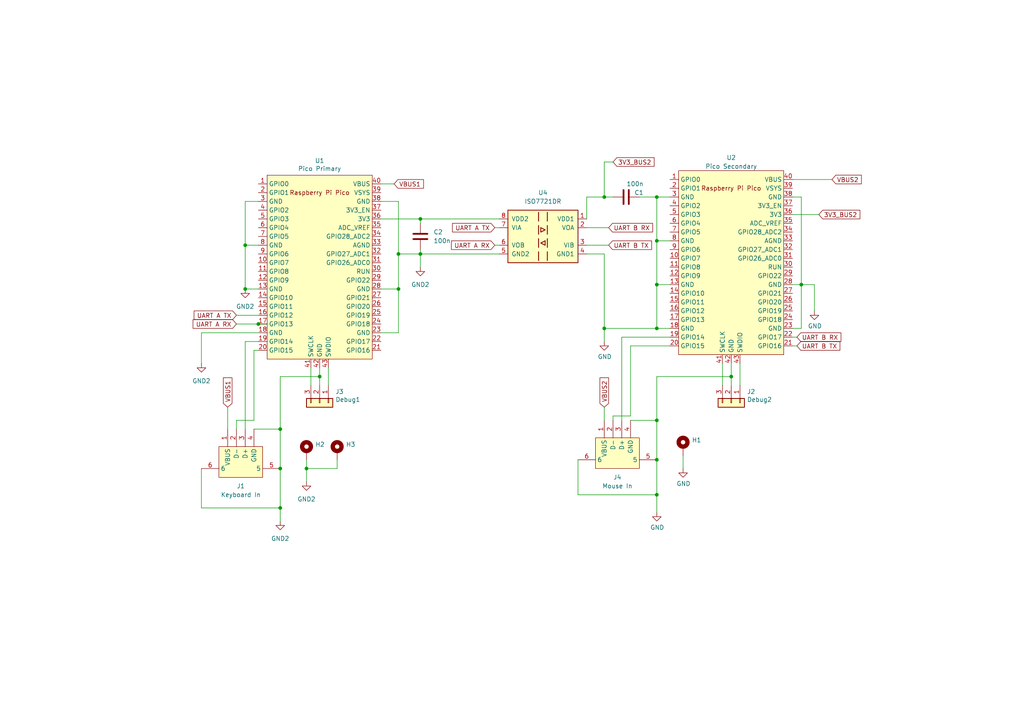
<source format=kicad_sch>
(kicad_sch (version 20230121) (generator eeschema)
  (paper "A4")
  (title_block (title "DeskHop - Fast K/M Switching Device (JLCPCB build)") (date "2024-02-25") (rev "v1-jlcpcb") (company "Hrvoje Čavrak"))
  (lib_symbols
    (symbol "Connector_Generic:Conn_01x03" (pin_names (offset 1.016) hide)
      (property "Reference" "J" (at 0 5.08 0))
      (property "Value" "Conn_01x03" (at 0 -5.08 0))
      (symbol "Conn_01x03_1_1"
        (rectangle (start -1.27 -2.413) (end 0 -2.667) (stroke (width 0.1524)))
        (rectangle (start -1.27 0.127) (end 0 -0.127) (stroke (width 0.1524)))
        (rectangle (start -1.27 2.667) (end 0 2.413) (stroke (width 0.1524)))
        (rectangle (start -1.27 3.81) (end 1.27 -3.81) (stroke (width 0.254)) (fill (type background)))
        (pin passive line (at -5.08 2.54 0) (length 3.81) (name "Pin_1") (number "1"))
        (pin passive line (at -5.08 0 0) (length 3.81) (name "Pin_2") (number "2"))
        (pin passive line (at -5.08 -2.54 0) (length 3.81) (name "Pin_3") (number "3"))
      )
    )
    (symbol "Device:C" (pin_numbers hide) (pin_names (offset 0.254))
      (property "Reference" "C" (at 0.635 2.54 0))
      (property "Value" "C" (at 0.635 -2.54 0))
      (symbol "C_0_1"
        (polyline (pts (xy -2.032 -0.762) (xy 2.032 -0.762)) (stroke (width 0.508)))
        (polyline (pts (xy -2.032 0.762) (xy 2.032 0.762)) (stroke (width 0.508)))
      )
      (symbol "C_1_1"
        (pin passive line (at 0 3.81 270) (length 2.794) (name "~") (number "1"))
        (pin passive line (at 0 -3.81 90) (length 2.794) (name "~") (number "2"))
      )
    )
    (symbol "Isolator:ADuM1201BR" (pin_names (offset 1.016))
      (property "Reference" "U" (at -10.16 8.89 0))
      (property "Value" "ADuM1201BR" (at -2.032 8.89 0))
      (symbol "ADuM1201BR_0_1"
        (rectangle (start -10.16 7.62) (end 10.16 -7.62) (stroke (width 0.254)) (fill (type background)))
        (polyline (pts (xy -1.27 -4.445) (xy -1.27 -6.985)) (stroke (width 0.254)))
        (polyline (pts (xy -1.27 -0.635) (xy -1.27 -3.175)) (stroke (width 0.254)))
        (polyline (pts (xy -1.27 3.175) (xy -1.27 0.635)) (stroke (width 0.254)))
        (polyline (pts (xy -1.27 6.985) (xy -1.27 4.445)) (stroke (width 0.254)))
        (polyline (pts (xy 1.27 -4.445) (xy 1.27 -6.985)) (stroke (width 0.254)))
        (polyline (pts (xy 1.27 -0.635) (xy 1.27 -3.175)) (stroke (width 0.254)))
        (polyline (pts (xy 1.27 3.175) (xy 1.27 0.635)) (stroke (width 0.254)))
        (polyline (pts (xy 1.27 6.985) (xy 1.27 4.445)) (stroke (width 0.254)))
        (polyline (pts (xy -0.635 -1.27) (xy -0.635 -2.54) (xy 0.635 -1.905) (xy -0.635 -1.27)) (stroke (width 0.254)))
        (polyline (pts (xy 0.635 2.54) (xy 0.635 1.27) (xy -0.635 1.905) (xy 0.635 2.54)) (stroke (width 0.254)))
      )
      (symbol "ADuM1201BR_1_1"
        (pin power_in line (at -12.7 5.08 0) (length 2.54) (name "VDD1") (number "1"))
        (pin output line (at -12.7 2.54 0) (length 2.54) (name "VOA") (number "2"))
        (pin input line (at -12.7 -2.54 0) (length 2.54) (name "VIB") (number "3"))
        (pin power_in line (at -12.7 -5.08 0) (length 2.54) (name "GND1") (number "4"))
        (pin power_in line (at 12.7 -5.08 180) (length 2.54) (name "GND2") (number "5"))
        (pin output line (at 12.7 -2.54 180) (length 2.54) (name "VOB") (number "6"))
        (pin input line (at 12.7 2.54 180) (length 2.54) (name "VIA") (number "7"))
        (pin power_in line (at 12.7 5.08 180) (length 2.54) (name "VDD2") (number "8"))
      )
    )
    (symbol "LCSC_C42411:LCSC_C42411{colon}USB-A-TH_JTJ-USB-10.6-002"
      (property "Reference" "USB" (at 0 15.24 0))
      (property "Value" "LCSC_C42411:USB-A-TH_JTJ-USB-10.6-002" (at 0 -17.78 0))
      (symbol "LCSC_C42411{colon}USB-A-TH_JTJ-USB-10.6-002_0_1"
        (rectangle (start -6.35 5.08) (end 2.54 -7.62) (fill (type background)))
      )
      (symbol "LCSC_C42411{colon}USB-A-TH_JTJ-USB-10.6-002_1_1"
        (pin power_out line (at 7.62 2.54 180) (length 5.08) (name "VBUS") (number "1"))
        (pin bidirectional line (at 7.62 0 180) (length 5.08) (name "D-") (number "2"))
        (pin bidirectional line (at 7.62 -2.54 180) (length 5.08) (name "D+") (number "3"))
        (pin power_out line (at 7.62 -5.08 180) (length 5.08) (name "GND") (number "4"))
        (pin passive line (at -3.81 -12.7 90) (length 5.08) (name "5") (number "5"))
        (pin passive line (at -3.81 10.16 270) (length 5.08) (name "6") (number "6"))
      )
    )
    (symbol "MCU_RaspberryPi_and_Boards:Pico"
      (property "Reference" "U" (at -13.97 27.94 0))
      (property "Value" "Pico" (at 0 19.05 0))
      (symbol "Pico_0_0"
        (text "Raspberry Pi Pico" (at 0 21.59 0) (effects (font (size 1.27 1.27))))
      )
      (symbol "Pico_0_1"
        (rectangle (start -15.24 26.67) (end 15.24 -26.67) (fill (type background)))
      )
      (symbol "Pico_1_1"
        (pin bidirectional line (at -17.78 24.13 0) (length 2.54) (name "GPIO0") (number "1"))
        (pin bidirectional line (at -17.78 1.27 0) (length 2.54) (name "GPIO7") (number "10"))
        (pin bidirectional line (at -17.78 -1.27 0) (length 2.54) (name "GPIO8") (number "11"))
        (pin bidirectional line (at -17.78 -3.81 0) (length 2.54) (name "GPIO9") (number "12"))
        (pin power_in line (at -17.78 -6.35 0) (length 2.54) (name "GND") (number "13"))
        (pin bidirectional line (at -17.78 -8.89 0) (length 2.54) (name "GPIO10") (number "14"))
        (pin bidirectional line (at -17.78 -11.43 0) (length 2.54) (name "GPIO11") (number "15"))
        (pin bidirectional line (at -17.78 -13.97 0) (length 2.54) (name "GPIO12") (number "16"))
        (pin bidirectional line (at -17.78 -16.51 0) (length 2.54) (name "GPIO13") (number "17"))
        (pin power_in line (at -17.78 -19.05 0) (length 2.54) (name "GND") (number "18"))
        (pin bidirectional line (at -17.78 -21.59 0) (length 2.54) (name "GPIO14") (number "19"))
        (pin bidirectional line (at -17.78 21.59 0) (length 2.54) (name "GPIO1") (number "2"))
        (pin bidirectional line (at -17.78 -24.13 0) (length 2.54) (name "GPIO15") (number "20"))
        (pin bidirectional line (at 17.78 -24.13 180) (length 2.54) (name "GPIO16") (number "21"))
        (pin bidirectional line (at 17.78 -21.59 180) (length 2.54) (name "GPIO17") (number "22"))
        (pin power_in line (at 17.78 -19.05 180) (length 2.54) (name "GND") (number "23"))
        (pin bidirectional line (at 17.78 -16.51 180) (length 2.54) (name "GPIO18") (number "24"))
        (pin bidirectional line (at 17.78 -13.97 180) (length 2.54) (name "GPIO19") (number "25"))
        (pin bidirectional line (at 17.78 -11.43 180) (length 2.54) (name "GPIO20") (number "26"))
        (pin bidirectional line (at 17.78 -8.89 180) (length 2.54) (name "GPIO21") (number "27"))
        (pin power_in line (at 17.78 -6.35 180) (length 2.54) (name "GND") (number "28"))
        (pin bidirectional line (at 17.78 -3.81 180) (length 2.54) (name "GPIO22") (number "29"))
        (pin power_in line (at -17.78 19.05 0) (length 2.54) (name "GND") (number "3"))
        (pin input line (at 17.78 -1.27 180) (length 2.54) (name "RUN") (number "30"))
        (pin bidirectional line (at 17.78 1.27 180) (length 2.54) (name "GPIO26_ADC0") (number "31"))
        (pin bidirectional line (at 17.78 3.81 180) (length 2.54) (name "GPIO27_ADC1") (number "32"))
        (pin power_in line (at 17.78 6.35 180) (length 2.54) (name "AGND") (number "33"))
        (pin bidirectional line (at 17.78 8.89 180) (length 2.54) (name "GPIO28_ADC2") (number "34"))
        (pin power_in line (at 17.78 11.43 180) (length 2.54) (name "ADC_VREF") (number "35"))
        (pin power_in line (at 17.78 13.97 180) (length 2.54) (name "3V3") (number "36"))
        (pin input line (at 17.78 16.51 180) (length 2.54) (name "3V3_EN") (number "37"))
        (pin bidirectional line (at 17.78 19.05 180) (length 2.54) (name "GND") (number "38"))
        (pin power_in line (at 17.78 21.59 180) (length 2.54) (name "VSYS") (number "39"))
        (pin bidirectional line (at -17.78 16.51 0) (length 2.54) (name "GPIO2") (number "4"))
        (pin power_in line (at 17.78 24.13 180) (length 2.54) (name "VBUS") (number "40"))
        (pin input line (at -2.54 -29.21 90) (length 2.54) (name "SWCLK") (number "41"))
        (pin power_in line (at 0 -29.21 90) (length 2.54) (name "GND") (number "42"))
        (pin bidirectional line (at 2.54 -29.21 90) (length 2.54) (name "SWDIO") (number "43"))
        (pin bidirectional line (at -17.78 13.97 0) (length 2.54) (name "GPIO3") (number "5"))
        (pin bidirectional line (at -17.78 11.43 0) (length 2.54) (name "GPIO4") (number "6"))
        (pin bidirectional line (at -17.78 8.89 0) (length 2.54) (name "GPIO5") (number "7"))
        (pin power_in line (at -17.78 6.35 0) (length 2.54) (name "GND") (number "8"))
        (pin bidirectional line (at -17.78 3.81 0) (length 2.54) (name "GPIO6") (number "9"))
      )
    )
    (symbol "Mechanical:MountingHole_Pad" (pin_numbers hide) (pin_names (offset 1.016) hide)
      (property "Reference" "H" (at 0 6.35 0))
      (property "Value" "MountingHole_Pad" (at 0 4.445 0))
      (symbol "MountingHole_Pad_0_1"
        (circle (center 0 1.27) (radius 1.27) (stroke (width 1.27)))
      )
      (symbol "MountingHole_Pad_1_1"
        (pin input line (at 0 -2.54 90) (length 2.54) (name "1") (number "1"))
      )
    )
    (symbol "power:GND" (power) (pin_names (offset 0))
      (property "Value" "GND" (at 0 -3.81 0))
      (symbol "GND_0_1"
        (polyline (pts (xy 0 0) (xy 0 -1.27) (xy 1.27 -1.27) (xy 0 -2.54) (xy -1.27 -1.27) (xy 0 -1.27)))
      )
      (symbol "GND_1_1"
        (pin power_in line (at 0 0 270) (length 0) hide (name "GND") (number "1"))
      )
    )
    (symbol "power:GND2" (power) (pin_names (offset 0))
      (property "Value" "GND2" (at 0 -3.81 0))
      (symbol "GND2_0_1"
        (polyline (pts (xy 0 0) (xy 0 -1.27) (xy 1.27 -1.27) (xy 0 -2.54) (xy -1.27 -1.27) (xy 0 -1.27)))
      )
      (symbol "GND2_1_1"
        (pin power_in line (at 0 0 270) (length 0) hide (name "GND2") (number "1"))
      )
    )
  )
  (junction (at 190.5 133.35))
  (junction (at 121.92 73.66))
  (junction (at 190.5 143.51))
  (junction (at 190.5 95.25))
  (junction (at 92.71 109.22))
  (junction (at 190.5 82.55))
  (junction (at 121.92 63.5))
  (junction (at 115.57 83.82))
  (junction (at 232.41 82.55))
  (junction (at 88.9 135.89))
  (junction (at 74.93 93.98))
  (junction (at 175.26 95.25))
  (junction (at 115.57 73.66))
  (junction (at 190.5 57.15))
  (junction (at 190.5 121.92))
  (junction (at 175.26 57.15))
  (junction (at 190.5 69.85))
  (junction (at 81.28 147.32))
  (junction (at 71.12 71.12))
  (junction (at 81.28 124.46))
  (junction (at 81.28 135.89))
  (junction (at 71.12 83.82))
  (junction (at 212.09 109.22))
  (wire (pts (xy 92.71 109.22) (xy 92.71 111.76)))
  (wire (pts (xy 182.88 121.92) (xy 190.5 121.92)))
  (wire (pts (xy 190.5 109.22) (xy 212.09 109.22)))
  (wire (pts (xy 175.26 95.25) (xy 175.26 99.06)))
  (wire (pts (xy 190.5 82.55) (xy 190.5 95.25)))
  (wire (pts (xy 71.12 83.82) (xy 71.12 71.12)))
  (wire (pts (xy 194.31 100.33) (xy 182.88 100.33)))
  (wire (pts (xy 190.5 109.22) (xy 190.5 121.92)))
  (wire (pts (xy 68.58 93.98) (xy 74.93 93.98)))
  (wire (pts (xy 177.8 46.99) (xy 175.26 46.99)))
  (wire (pts (xy 73.66 124.46) (xy 81.28 124.46)))
  (wire (pts (xy 190.5 95.25) (xy 194.31 95.25)))
  (wire (pts (xy 121.92 73.66) (xy 144.78 73.66)))
  (wire (pts (xy 170.18 73.66) (xy 175.26 73.66)))
  (wire (pts (xy 115.57 73.66) (xy 115.57 58.42)))
  (wire (pts (xy 194.31 97.79) (xy 180.34 97.79)))
  (wire (pts (xy 81.28 109.22) (xy 81.28 124.46)))
  (wire (pts (xy 73.66 121.92) (xy 68.58 121.92)))
  (wire (pts (xy 58.42 135.89) (xy 58.42 147.32)))
  (wire (pts (xy 232.41 57.15) (xy 232.41 82.55)))
  (wire (pts (xy 71.12 99.06) (xy 71.12 124.46)))
  (wire (pts (xy 214.63 105.41) (xy 214.63 111.76)))
  (wire (pts (xy 209.55 105.41) (xy 209.55 111.76)))
  (wire (pts (xy 190.5 143.51) (xy 190.5 148.59)))
  (wire (pts (xy 198.12 132.08) (xy 198.12 135.89)))
  (wire (pts (xy 71.12 71.12) (xy 74.93 71.12)))
  (wire (pts (xy 229.87 62.23) (xy 237.49 62.23)))
  (wire (pts (xy 71.12 71.12) (xy 71.12 58.42)))
  (wire (pts (xy 190.5 121.92) (xy 190.5 133.35)))
  (wire (pts (xy 190.5 69.85) (xy 190.5 82.55)))
  (wire (pts (xy 190.5 133.35) (xy 190.5 143.51)))
  (wire (pts (xy 212.09 105.41) (xy 212.09 109.22)))
  (wire (pts (xy 88.9 135.89) (xy 88.9 139.7)))
  (wire (pts (xy 194.31 82.55) (xy 190.5 82.55)))
  (wire (pts (xy 115.57 73.66) (xy 121.92 73.66)))
  (wire (pts (xy 176.53 71.12) (xy 170.18 71.12)))
  (wire (pts (xy 121.92 63.5) (xy 144.78 63.5)))
  (wire (pts (xy 74.93 83.82) (xy 71.12 83.82)))
  (wire (pts (xy 185.42 57.15) (xy 190.5 57.15)))
  (wire (pts (xy 190.5 57.15) (xy 194.31 57.15)))
  (wire (pts (xy 58.42 96.52) (xy 74.93 96.52)))
  (wire (pts (xy 81.28 147.32) (xy 81.28 151.13)))
  (wire (pts (xy 121.92 64.77) (xy 121.92 63.5)))
  (wire (pts (xy 115.57 96.52) (xy 115.57 83.82)))
  (wire (pts (xy 73.66 101.6) (xy 73.66 121.92)))
  (wire (pts (xy 115.57 96.52) (xy 110.49 96.52)))
  (wire (pts (xy 170.18 66.04) (xy 176.53 66.04)))
  (wire (pts (xy 110.49 58.42) (xy 115.57 58.42)))
  (wire (pts (xy 182.88 100.33) (xy 182.88 120.65)))
  (wire (pts (xy 175.26 95.25) (xy 190.5 95.25)))
  (wire (pts (xy 88.9 133.35) (xy 88.9 135.89)))
  (wire (pts (xy 175.26 46.99) (xy 175.26 57.15)))
  (wire (pts (xy 167.64 143.51) (xy 190.5 143.51)))
  (wire (pts (xy 81.28 109.22) (xy 92.71 109.22)))
  (wire (pts (xy 68.58 91.44) (xy 74.93 91.44)))
  (wire (pts (xy 95.25 111.76) (xy 95.25 106.68)))
  (wire (pts (xy 229.87 100.33) (xy 231.14 100.33)))
  (wire (pts (xy 74.93 99.06) (xy 71.12 99.06)))
  (wire (pts (xy 73.66 101.6) (xy 74.93 101.6)))
  (wire (pts (xy 175.26 73.66) (xy 175.26 95.25)))
  (wire (pts (xy 110.49 63.5) (xy 121.92 63.5)))
  (wire (pts (xy 143.51 66.04) (xy 144.78 66.04)))
  (wire (pts (xy 232.41 95.25) (xy 229.87 95.25)))
  (wire (pts (xy 66.04 118.11) (xy 66.04 124.46)))
  (wire (pts (xy 229.87 57.15) (xy 232.41 57.15)))
  (wire (pts (xy 175.26 118.11) (xy 175.26 121.92)))
  (wire (pts (xy 167.64 133.35) (xy 167.64 143.51)))
  (wire (pts (xy 182.88 120.65) (xy 177.8 120.65)))
  (wire (pts (xy 88.9 135.89) (xy 97.79 135.89)))
  (wire (pts (xy 194.31 69.85) (xy 190.5 69.85)))
  (wire (pts (xy 212.09 109.22) (xy 212.09 111.76)))
  (wire (pts (xy 175.26 57.15) (xy 177.8 57.15)))
  (wire (pts (xy 110.49 83.82) (xy 115.57 83.82)))
  (wire (pts (xy 170.18 57.15) (xy 175.26 57.15)))
  (wire (pts (xy 68.58 121.92) (xy 68.58 124.46)))
  (wire (pts (xy 110.49 53.34) (xy 114.3 53.34)))
  (wire (pts (xy 236.22 82.55) (xy 232.41 82.55)))
  (wire (pts (xy 229.87 52.07) (xy 241.3 52.07)))
  (wire (pts (xy 121.92 72.39) (xy 121.92 73.66)))
  (wire (pts (xy 71.12 58.42) (xy 74.93 58.42)))
  (wire (pts (xy 190.5 57.15) (xy 190.5 69.85)))
  (wire (pts (xy 81.28 124.46) (xy 81.28 135.89)))
  (wire (pts (xy 170.18 57.15) (xy 170.18 63.5)))
  (wire (pts (xy 236.22 90.17) (xy 236.22 82.55)))
  (wire (pts (xy 229.87 97.79) (xy 231.14 97.79)))
  (wire (pts (xy 58.42 147.32) (xy 81.28 147.32)))
  (wire (pts (xy 90.17 111.76) (xy 90.17 106.68)))
  (wire (pts (xy 74.93 93.98) (xy 77.47 93.98)))
  (wire (pts (xy 81.28 135.89) (xy 81.28 147.32)))
  (wire (pts (xy 232.41 82.55) (xy 232.41 95.25)))
  (wire (pts (xy 121.92 73.66) (xy 121.92 77.47)))
  (wire (pts (xy 92.71 106.68) (xy 92.71 109.22)))
  (wire (pts (xy 97.79 133.35) (xy 97.79 135.89)))
  (wire (pts (xy 229.87 82.55) (xy 232.41 82.55)))
  (wire (pts (xy 115.57 83.82) (xy 115.57 73.66)))
  (wire (pts (xy 143.51 71.12) (xy 144.78 71.12)))
  (wire (pts (xy 58.42 96.52) (xy 58.42 105.41)))
  (wire (pts (xy 180.34 97.79) (xy 180.34 121.92)))
  (wire (pts (xy 177.8 120.65) (xy 177.8 121.92)))
  (global_label "3V3_BUS2" (shape input) (at 177.8 46.99 0) (property "Intersheetrefs" "${INTERSHEET_REFS}" (effects hide)))
  (global_label "UART B RX" (shape input) (at 231.14 97.79 0) (property "Intersheetrefs" "${INTERSHEET_REFS}" (effects hide)))
  (global_label "VBUS2" (shape input) (at 241.3 52.07 0) (property "Intersheetrefs" "${INTERSHEET_REFS}" (effects hide)))
  (global_label "UART B RX" (shape input) (at 176.53 66.04 0) (property "Intersheetrefs" "${INTERSHEET_REFS}" (effects hide)))
  (global_label "UART A RX" (shape input) (at 68.58 93.98 180) (property "Intersheetrefs" "${INTERSHEET_REFS}" (effects hide)))
  (global_label "UART A TX" (shape input) (at 143.51 66.04 180) (property "Intersheetrefs" "${INTERSHEET_REFS}" (effects hide)))
  (global_label "UART B TX" (shape input) (at 176.53 71.12 0) (property "Intersheetrefs" "${INTERSHEET_REFS}" (effects hide)))
  (global_label "UART A RX" (shape input) (at 143.51 71.12 180) (property "Intersheetrefs" "${INTERSHEET_REFS}" (effects hide)))
  (global_label "3V3_BUS2" (shape input) (at 237.49 62.23 0) (property "Intersheetrefs" "${INTERSHEET_REFS}" (effects hide)))
  (global_label "VBUS2" (shape input) (at 175.26 118.11 90) (property "Intersheetrefs" "${INTERSHEET_REFS}" (effects hide)))
  (global_label "VBUS1" (shape input) (at 114.3 53.34 0) (property "Intersheetrefs" "${INTERSHEET_REFS}" (effects hide)))
  (global_label "UART B TX" (shape input) (at 231.14 100.33 0) (property "Intersheetrefs" "${INTERSHEET_REFS}" (effects hide)))
  (global_label "VBUS1" (shape input) (at 66.04 118.11 90) (property "Intersheetrefs" "${INTERSHEET_REFS}" (effects hide)))
  (global_label "UART A TX" (shape input) (at 68.58 91.44 180) (property "Intersheetrefs" "${INTERSHEET_REFS}" (effects hide)))
  (symbol (lib_id "MCU_RaspberryPi_and_Boards:Pico") (at 92.71 77.47 0) (unit 1)
    (property "Reference" "U1" (at 92.71 46.609 0))
    (property "Value" "Pico Primary" (at 92.71 48.9204 0))
    (property "Footprint" "MCU_RaspberryPi_and_Boards:RPi_Pico_SMD_Nohole" (effects hide))
    (property "LCSC" "PICO" (effects hide))
  )
  (symbol (lib_id "Connector_Generic:Conn_01x03") (at 92.71 116.84 270) (unit 1)
    (property "Reference" "J3" (at 97.282 113.5888 90) (effects (justify left)))
    (property "Value" "Debug1" (at 97.282 115.9002 90) (effects (justify left)))
    (property "Footprint" "Connector_PinHeader_2.54mm:PinHeader_1x03_P2.54mm_Vertical" (effects hide))
    (property "LCSC" "C2915006" (effects hide))
  )
  (symbol (lib_id "Mechanical:MountingHole_Pad") (at 198.12 129.54 0) (unit 1)
    (property "Reference" "H1" (at 200.66 127.635 0) (effects (justify left)))
    (property "Value" "MountingHole_Pad" (effects hide))
    (property "Footprint" "MountingHole:MountingHole_2.7mm_M2.5_Pad_TopBottom" (effects hide))
  )
  (symbol (lib_id "LCSC_C42411:LCSC_C42411{colon}USB-A-TH_JTJ-USB-10.6-002") (at 68.58 132.08 90) (unit 1)
    (property "Reference" "J1" (at 69.85 140.97 90))
    (property "Value" "Keyboard In" (at 69.85 143.51 90))
    (property "Footprint" "LCSC_C42411:USB-A-TH_JTJ-USB-10.6-002" (effects hide))
    (property "LCSC" "C42411" (effects hide))
  )
  (symbol (lib_id "power:GND2") (at 71.12 83.82 0) (mirror y) (unit 1)
    (property "Reference" "#PWR07" (effects hide))
    (property "Value" "GND2" (at 71.12 88.9 0))
  )
  (symbol (lib_id "Mechanical:MountingHole_Pad") (at 88.9 130.81 0) (unit 1)
    (property "Reference" "H2" (at 91.44 128.905 0) (effects (justify left)))
    (property "Value" "MountingHole_Pad" (effects hide))
    (property "Footprint" "MountingHole:MountingHole_2.7mm_M2.5_Pad_TopBottom" (effects hide))
  )
  (symbol (lib_id "Isolator:ADuM1201BR") (at 157.48 68.58 0) (mirror y) (unit 1)
    (property "Reference" "U4" (at 157.48 55.88 0))
    (property "Value" "ISO7721DR" (at 157.48 58.42 0))
    (property "Footprint" "Package_SO:SOIC-8_3.9x4.9mm_P1.27mm" (effects hide))
    (property "Datasheet" "https://www.analog.com/static/imported-files/data_sheets/ADuM1200_1201.pdf" (effects hide))
    (property "LCSC" "C366164" (effects hide))
  )
  (symbol (lib_id "Device:C") (at 121.92 68.58 0) (unit 1)
    (property "Reference" "C2" (at 125.73 67.31 0) (effects (justify left)))
    (property "Value" "100n" (at 125.73 69.85 0) (effects (justify left)))
    (property "Footprint" "Capacitor_SMD:C_1206_3216Metric_Pad1.33x1.80mm_HandSolder" (effects hide))
    (property "LCSC" "C2858367" (effects hide))
  )
  (symbol (lib_id "Mechanical:MountingHole_Pad") (at 97.79 130.81 0) (unit 1)
    (property "Reference" "H3" (at 100.33 128.905 0) (effects (justify left)))
    (property "Value" "MountingHole_Pad" (effects hide))
    (property "Footprint" "MountingHole:MountingHole_2.7mm_M2.5_Pad_TopOnly" (effects hide))
  )
  (symbol (lib_id "power:GND2") (at 58.42 105.41 0) (mirror y) (unit 1)
    (property "Reference" "#PWR01" (effects hide))
    (property "Value" "GND2" (at 58.42 110.49 0))
  )
  (symbol (lib_id "power:GND") (at 175.26 99.06 0) (unit 1)
    (property "Reference" "#PWR010" (effects hide))
    (property "Value" "GND" (at 175.387 103.4542 0))
  )
  (symbol (lib_id "Connector_Generic:Conn_01x03") (at 212.09 116.84 270) (unit 1)
    (property "Reference" "J2" (at 216.662 113.5888 90) (effects (justify left)))
    (property "Value" "Debug2" (at 216.662 115.9002 90) (effects (justify left)))
    (property "Footprint" "Connector_PinHeader_2.54mm:PinHeader_1x03_P2.54mm_Vertical" (effects hide))
    (property "LCSC" "C2915006" (effects hide))
  )
  (symbol (lib_id "power:GND2") (at 81.28 151.13 0) (mirror y) (unit 1)
    (property "Reference" "#PWR08" (effects hide))
    (property "Value" "GND2" (at 81.28 156.21 0))
  )
  (symbol (lib_id "power:GND") (at 198.12 135.89 0) (unit 1)
    (property "Reference" "#PWR02" (effects hide))
    (property "Value" "GND" (at 198.247 140.2842 0))
  )
  (symbol (lib_id "power:GND2") (at 121.92 77.47 0) (unit 1)
    (property "Reference" "#PWR05" (effects hide))
    (property "Value" "GND2" (at 121.92 82.55 0))
  )
  (symbol (lib_id "MCU_RaspberryPi_and_Boards:Pico") (at 212.09 76.2 0) (unit 1)
    (property "Reference" "U2" (at 212.09 45.72 0))
    (property "Value" "Pico Secondary" (at 212.09 48.26 0))
    (property "Footprint" "MCU_RaspberryPi_and_Boards:RPi_Pico_SMD_Nohole" (effects hide))
    (property "LCSC" "PICO" (effects hide))
  )
  (symbol (lib_id "power:GND") (at 236.22 90.17 0) (unit 1)
    (property "Reference" "#PWR09" (effects hide))
    (property "Value" "GND" (at 236.347 94.5642 0))
  )
  (symbol (lib_id "power:GND2") (at 88.9 139.7 0) (mirror y) (unit 1)
    (property "Reference" "#PWR03" (effects hide))
    (property "Value" "GND2" (at 88.9 144.78 0))
  )
  (symbol (lib_id "power:GND") (at 190.5 148.59 0) (unit 1)
    (property "Reference" "#PWR04" (effects hide))
    (property "Value" "GND" (at 190.627 152.9842 0))
  )
  (symbol (lib_id "LCSC_C42411:LCSC_C42411{colon}USB-A-TH_JTJ-USB-10.6-002") (at 177.8 129.54 90) (unit 1)
    (property "Reference" "J4" (at 179.07 138.43 90))
    (property "Value" "Mouse In" (at 179.07 140.97 90))
    (property "Footprint" "LCSC_C42411:USB-A-TH_JTJ-USB-10.6-002" (effects hide))
    (property "LCSC" "C42411" (effects hide))
  )
  (symbol (lib_id "Device:C") (at 181.61 57.15 90) (unit 1)
    (property "Reference" "C1" (at 186.69 55.88 90) (effects (justify left)))
    (property "Value" "100n" (at 186.69 53.34 90) (effects (justify left)))
    (property "Footprint" "Capacitor_SMD:C_1206_3216Metric_Pad1.33x1.80mm_HandSolder" (effects hide))
    (property "LCSC" "C2858367" (effects hide))
  )
)
</source>
